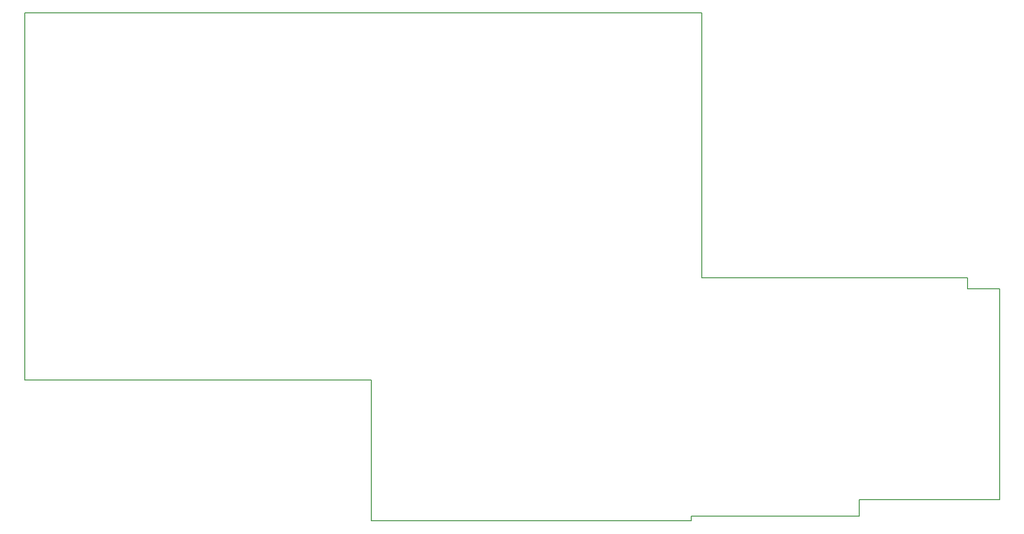
<source format=gm1>
G04 #@! TF.GenerationSoftware,KiCad,Pcbnew,(6.0.6)*
G04 #@! TF.CreationDate,2022-12-15T15:42:19-06:00*
G04 #@! TF.ProjectId,X6800 PicoPSU v2,58363830-3020-4506-9963-6f5053552076,rev?*
G04 #@! TF.SameCoordinates,Original*
G04 #@! TF.FileFunction,Profile,NP*
%FSLAX46Y46*%
G04 Gerber Fmt 4.6, Leading zero omitted, Abs format (unit mm)*
G04 Created by KiCad (PCBNEW (6.0.6)) date 2022-12-15 15:42:19*
%MOMM*%
%LPD*%
G01*
G04 APERTURE LIST*
G04 #@! TA.AperFunction,Profile*
%ADD10C,0.150000*%
G04 #@! TD*
G04 APERTURE END LIST*
D10*
X179000000Y-143000000D02*
X179000000Y-143900000D01*
X179000000Y-143000000D02*
X210000000Y-143000000D01*
X230000000Y-101000000D02*
X235900000Y-101000000D01*
X230000000Y-99000000D02*
X230000000Y-101000000D01*
X210000000Y-140000000D02*
X210000000Y-143000000D01*
X210000000Y-140000000D02*
X235900000Y-140000000D01*
X235900000Y-101000000D02*
X235900000Y-140000000D01*
X181000000Y-99000000D02*
X230000000Y-99000000D01*
X56100000Y-117900000D02*
X120000000Y-117900000D01*
X120000000Y-117900000D02*
X120000000Y-143900000D01*
X56100000Y-50100000D02*
X181000000Y-50100000D01*
X181000000Y-50100000D02*
X181000000Y-99000000D01*
X56100000Y-50100000D02*
X56100000Y-117900000D01*
X120000000Y-143900000D02*
X179000000Y-143900000D01*
M02*

</source>
